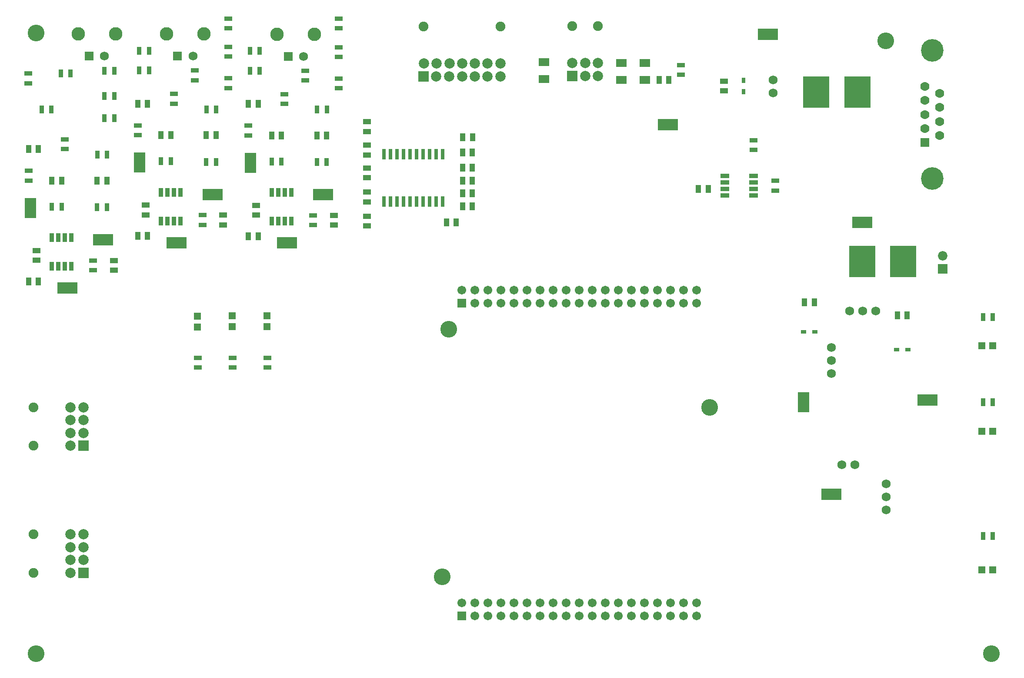
<source format=gts>
G04*
G04 #@! TF.GenerationSoftware,Altium Limited,Altium Designer,19.0.12 (326)*
G04*
G04 Layer_Color=8388736*
%FSLAX24Y24*%
%MOIN*%
G70*
G01*
G75*
%ADD39R,0.0592X0.0356*%
%ADD40R,0.0380X0.0680*%
%ADD41R,0.0280X0.0830*%
%ADD42R,0.0680X0.0380*%
%ADD43R,0.1580X0.0880*%
%ADD44R,0.0880X0.1580*%
%ADD45R,0.0356X0.0592*%
%ADD46R,0.2049X0.2442*%
%ADD47R,0.0552X0.0552*%
%ADD48R,0.0830X0.0630*%
%ADD49R,0.0552X0.0552*%
%ADD50R,0.0395X0.0316*%
%ADD51R,0.0316X0.0395*%
%ADD52R,0.0434X0.0592*%
%ADD53R,0.0592X0.0434*%
%ADD54C,0.1281*%
%ADD55C,0.0680*%
%ADD56C,0.1030*%
%ADD57C,0.0682*%
%ADD58R,0.0682X0.0682*%
%ADD59R,0.0789X0.0789*%
%ADD60C,0.0789*%
%ADD61C,0.0749*%
%ADD62C,0.0789*%
%ADD63R,0.0789X0.0789*%
%ADD64C,0.0674*%
%ADD65R,0.0674X0.0674*%
%ADD66C,0.0695*%
%ADD67R,0.0695X0.0695*%
%ADD68C,0.1730*%
%ADD69C,0.0724*%
%ADD70R,0.0724X0.0724*%
D39*
X1161Y45532D02*
D03*
Y46280D02*
D03*
X51181Y46929D02*
D03*
Y46181D02*
D03*
X58425Y38051D02*
D03*
Y37303D02*
D03*
X20807Y44705D02*
D03*
Y43957D02*
D03*
X12329Y44722D02*
D03*
Y43974D02*
D03*
X3957Y41240D02*
D03*
Y40492D02*
D03*
X18031Y41535D02*
D03*
Y42283D02*
D03*
X9553Y41552D02*
D03*
Y42300D02*
D03*
X1181Y38071D02*
D03*
Y38819D02*
D03*
X22399Y45748D02*
D03*
Y46496D02*
D03*
X13921Y45765D02*
D03*
Y46513D02*
D03*
X22992Y34646D02*
D03*
Y35394D02*
D03*
X14514Y34663D02*
D03*
Y35411D02*
D03*
X6142Y31181D02*
D03*
Y31929D02*
D03*
X24961Y45157D02*
D03*
Y45906D02*
D03*
X16482Y45174D02*
D03*
Y45922D02*
D03*
X24961Y47559D02*
D03*
Y48307D02*
D03*
X16482Y47576D02*
D03*
Y48324D02*
D03*
X24961Y49744D02*
D03*
Y50492D02*
D03*
X16482Y49761D02*
D03*
Y50509D02*
D03*
X14173Y23720D02*
D03*
Y24469D02*
D03*
X16831Y23720D02*
D03*
Y24469D02*
D03*
X19488Y23720D02*
D03*
Y24469D02*
D03*
X56769Y41161D02*
D03*
Y40413D02*
D03*
D40*
X21321Y34943D02*
D03*
X20821D02*
D03*
X20321D02*
D03*
X19821D02*
D03*
Y37143D02*
D03*
X20321D02*
D03*
X20821D02*
D03*
X21321D02*
D03*
X12842Y34960D02*
D03*
X12342D02*
D03*
X11842D02*
D03*
X11342D02*
D03*
Y37160D02*
D03*
X11842D02*
D03*
X12342D02*
D03*
X12842D02*
D03*
X4470Y31479D02*
D03*
X3970D02*
D03*
X3470D02*
D03*
X2970D02*
D03*
Y33679D02*
D03*
X3470D02*
D03*
X3970D02*
D03*
X4470D02*
D03*
D41*
X32919Y36443D02*
D03*
X32419D02*
D03*
X31919D02*
D03*
X31419D02*
D03*
X30919D02*
D03*
X30419D02*
D03*
X29919D02*
D03*
X29419D02*
D03*
X28919D02*
D03*
X28419D02*
D03*
Y40093D02*
D03*
X28919D02*
D03*
X29419D02*
D03*
X29919D02*
D03*
X30419D02*
D03*
X30919D02*
D03*
X31419D02*
D03*
X31919D02*
D03*
X32419D02*
D03*
X32919D02*
D03*
D42*
X56769Y38427D02*
D03*
Y37927D02*
D03*
Y37427D02*
D03*
Y36927D02*
D03*
X54569D02*
D03*
Y37427D02*
D03*
Y37927D02*
D03*
Y38427D02*
D03*
D43*
X70079Y21220D02*
D03*
X50197Y42362D02*
D03*
X65079Y34843D02*
D03*
X62717Y13976D02*
D03*
X57878Y49291D02*
D03*
X21004Y33287D02*
D03*
X12526Y33304D02*
D03*
X4154Y29823D02*
D03*
X23760Y36988D02*
D03*
X15281Y37005D02*
D03*
X6909Y33524D02*
D03*
D44*
X60591Y21063D02*
D03*
X18189Y39429D02*
D03*
X9711Y39446D02*
D03*
X1339Y35965D02*
D03*
D45*
X74350Y27594D02*
D03*
X75098D02*
D03*
X74350Y10787D02*
D03*
X75098D02*
D03*
X75098Y21063D02*
D03*
X74350D02*
D03*
X19823Y39528D02*
D03*
X20571D02*
D03*
X11344Y39544D02*
D03*
X12092D02*
D03*
X2972Y36063D02*
D03*
X3720D02*
D03*
X2933Y43518D02*
D03*
X2185D02*
D03*
X18898Y46496D02*
D03*
X18150D02*
D03*
X10419Y46513D02*
D03*
X9671D02*
D03*
X18150Y48012D02*
D03*
X18898D02*
D03*
X9671Y48029D02*
D03*
X10419D02*
D03*
X3661Y46280D02*
D03*
X4409D02*
D03*
X24055Y43524D02*
D03*
X23307D02*
D03*
X15577Y43541D02*
D03*
X14829D02*
D03*
X7205Y40059D02*
D03*
X6457D02*
D03*
X23287Y39488D02*
D03*
X24035D02*
D03*
X14809Y39505D02*
D03*
X15557D02*
D03*
X6437Y36024D02*
D03*
X7185D02*
D03*
X7756Y42854D02*
D03*
X7008D02*
D03*
X7008Y44567D02*
D03*
X7756D02*
D03*
X7756Y46496D02*
D03*
X7008D02*
D03*
D46*
X65079Y31850D02*
D03*
X68228D02*
D03*
X64724Y44865D02*
D03*
X61575D02*
D03*
D47*
X74266Y25394D02*
D03*
X75093D02*
D03*
X74266Y8209D02*
D03*
X75093D02*
D03*
X74266Y18819D02*
D03*
X75093D02*
D03*
D48*
X40709Y47146D02*
D03*
Y45846D02*
D03*
X48426Y47108D02*
D03*
Y45808D02*
D03*
X46614Y47108D02*
D03*
Y45808D02*
D03*
D49*
X14134Y27657D02*
D03*
Y26831D02*
D03*
X16791Y27697D02*
D03*
Y26870D02*
D03*
X19449Y27697D02*
D03*
Y26870D02*
D03*
D50*
X68583Y25079D02*
D03*
X67717D02*
D03*
X60591Y26457D02*
D03*
X61457D02*
D03*
D51*
X55984Y44882D02*
D03*
Y45748D02*
D03*
D52*
X49528Y45808D02*
D03*
X50276D02*
D03*
X18780Y43954D02*
D03*
X18031D02*
D03*
X10301Y43971D02*
D03*
X9553D02*
D03*
X1929Y40490D02*
D03*
X1181D02*
D03*
X20571Y41535D02*
D03*
X19823D02*
D03*
X12092Y41552D02*
D03*
X11344D02*
D03*
X3720Y38071D02*
D03*
X2972D02*
D03*
X18031Y33799D02*
D03*
X18780D02*
D03*
X9553Y33816D02*
D03*
X10301D02*
D03*
X1181Y30335D02*
D03*
X1929D02*
D03*
X23287Y41535D02*
D03*
X24035D02*
D03*
X14809Y41552D02*
D03*
X15557D02*
D03*
X6437Y38071D02*
D03*
X7185D02*
D03*
X35197Y36102D02*
D03*
X34449D02*
D03*
X35197Y37087D02*
D03*
X34449D02*
D03*
X35197Y38071D02*
D03*
X34449D02*
D03*
X35197Y39055D02*
D03*
X34449D02*
D03*
X35197Y40236D02*
D03*
X34449D02*
D03*
X35217Y41378D02*
D03*
X34469D02*
D03*
X33976Y34843D02*
D03*
X33228D02*
D03*
X52539Y37427D02*
D03*
X53287D02*
D03*
X68543Y27717D02*
D03*
X67795D02*
D03*
X60669Y28720D02*
D03*
X61417D02*
D03*
D53*
X18630Y36161D02*
D03*
Y35413D02*
D03*
X10151Y36178D02*
D03*
Y35430D02*
D03*
X1779Y32697D02*
D03*
Y31949D02*
D03*
X24587Y35394D02*
D03*
Y34646D02*
D03*
X16108Y35411D02*
D03*
Y34663D02*
D03*
X7736Y31929D02*
D03*
Y31181D02*
D03*
X27137Y34587D02*
D03*
Y35335D02*
D03*
X27126Y37185D02*
D03*
Y36437D02*
D03*
Y41831D02*
D03*
Y42579D02*
D03*
Y40787D02*
D03*
Y40039D02*
D03*
Y38287D02*
D03*
Y39035D02*
D03*
X54508Y44961D02*
D03*
Y45709D02*
D03*
D54*
X1772Y49409D02*
D03*
X53402Y20654D02*
D03*
X32902Y7654D02*
D03*
X33402Y26654D02*
D03*
X1772Y1772D02*
D03*
X75000D02*
D03*
X66879Y48791D02*
D03*
D55*
X58268Y45803D02*
D03*
Y44803D02*
D03*
X66929Y14780D02*
D03*
Y13780D02*
D03*
Y12780D02*
D03*
X63543Y16260D02*
D03*
X64543D02*
D03*
X62717Y25252D02*
D03*
Y24252D02*
D03*
Y23252D02*
D03*
X64118Y28071D02*
D03*
X65118D02*
D03*
X66118D02*
D03*
D56*
X4982Y49311D02*
D03*
X7852D02*
D03*
X14632Y49325D02*
D03*
X11762D02*
D03*
X23110Y49308D02*
D03*
X20240D02*
D03*
D57*
X7008Y47610D02*
D03*
X13787Y47624D02*
D03*
X22266Y47607D02*
D03*
D58*
X5827Y47610D02*
D03*
X12606Y47624D02*
D03*
X21085Y47607D02*
D03*
D59*
X42874Y46100D02*
D03*
X31460Y46071D02*
D03*
D60*
X43858Y46100D02*
D03*
X44843D02*
D03*
X42874Y47084D02*
D03*
X43858D02*
D03*
X44843D02*
D03*
X37362Y47055D02*
D03*
X36361D02*
D03*
Y46071D02*
D03*
X33448Y47055D02*
D03*
X32444Y46071D02*
D03*
X33428D02*
D03*
X37362D02*
D03*
X31480Y47055D02*
D03*
X32464D02*
D03*
X34413Y46071D02*
D03*
X34432Y47055D02*
D03*
X35397D02*
D03*
Y46071D02*
D03*
X5394Y8957D02*
D03*
Y9941D02*
D03*
X5408Y10925D02*
D03*
X4410Y7972D02*
D03*
Y8957D02*
D03*
X5394Y18701D02*
D03*
Y19685D02*
D03*
X5408Y20669D02*
D03*
X4410Y17717D02*
D03*
Y18701D02*
D03*
D61*
X42874Y49911D02*
D03*
X44843D02*
D03*
X31460Y49882D02*
D03*
X37362D02*
D03*
X1575Y7972D02*
D03*
Y10925D02*
D03*
Y17717D02*
D03*
Y20669D02*
D03*
D62*
X4410Y9941D02*
D03*
Y10925D02*
D03*
Y19685D02*
D03*
Y20669D02*
D03*
D63*
X5394Y7972D02*
D03*
Y17717D02*
D03*
D64*
X36402Y4654D02*
D03*
X35402D02*
D03*
X36402Y5654D02*
D03*
X35402D02*
D03*
Y28654D02*
D03*
Y29654D02*
D03*
X34402Y5654D02*
D03*
Y29654D02*
D03*
X37402Y4654D02*
D03*
Y5654D02*
D03*
X38402Y4654D02*
D03*
Y5654D02*
D03*
X39402Y4654D02*
D03*
Y5654D02*
D03*
X40402Y4654D02*
D03*
Y5654D02*
D03*
X41402Y4654D02*
D03*
Y5654D02*
D03*
X42402Y4654D02*
D03*
Y5654D02*
D03*
X43402Y4654D02*
D03*
Y5654D02*
D03*
X44402Y4654D02*
D03*
Y5654D02*
D03*
X45402Y4654D02*
D03*
Y5654D02*
D03*
X46402Y4654D02*
D03*
Y5654D02*
D03*
X47402Y4654D02*
D03*
Y5654D02*
D03*
X48402Y4654D02*
D03*
Y5654D02*
D03*
X49402Y4654D02*
D03*
Y5654D02*
D03*
X50402Y4654D02*
D03*
Y5654D02*
D03*
X51402Y4654D02*
D03*
Y5654D02*
D03*
X52402Y4654D02*
D03*
Y5654D02*
D03*
X36402Y28654D02*
D03*
Y29654D02*
D03*
X37402Y28654D02*
D03*
Y29654D02*
D03*
X38402Y28654D02*
D03*
Y29654D02*
D03*
X39402Y28654D02*
D03*
Y29654D02*
D03*
X40402Y28654D02*
D03*
Y29654D02*
D03*
X41402Y28654D02*
D03*
Y29654D02*
D03*
X42402Y28654D02*
D03*
Y29654D02*
D03*
X43402Y28654D02*
D03*
Y29654D02*
D03*
X44402Y28654D02*
D03*
Y29654D02*
D03*
X45402Y28654D02*
D03*
Y29654D02*
D03*
X46402Y28654D02*
D03*
Y29654D02*
D03*
X47402Y28654D02*
D03*
Y29654D02*
D03*
X48402Y28654D02*
D03*
Y29654D02*
D03*
X49402Y28654D02*
D03*
Y29654D02*
D03*
X50402Y28654D02*
D03*
Y29654D02*
D03*
X51402Y28654D02*
D03*
Y29654D02*
D03*
X52402Y28654D02*
D03*
Y29654D02*
D03*
D65*
X34402Y4654D02*
D03*
Y28654D02*
D03*
D66*
X69904Y45298D02*
D03*
Y44218D02*
D03*
Y43138D02*
D03*
Y42058D02*
D03*
X71024Y44758D02*
D03*
Y43678D02*
D03*
Y42598D02*
D03*
Y41518D02*
D03*
D67*
X69904Y40978D02*
D03*
D68*
X70464Y38218D02*
D03*
Y48058D02*
D03*
D69*
X71260Y32299D02*
D03*
D70*
Y31299D02*
D03*
M02*

</source>
